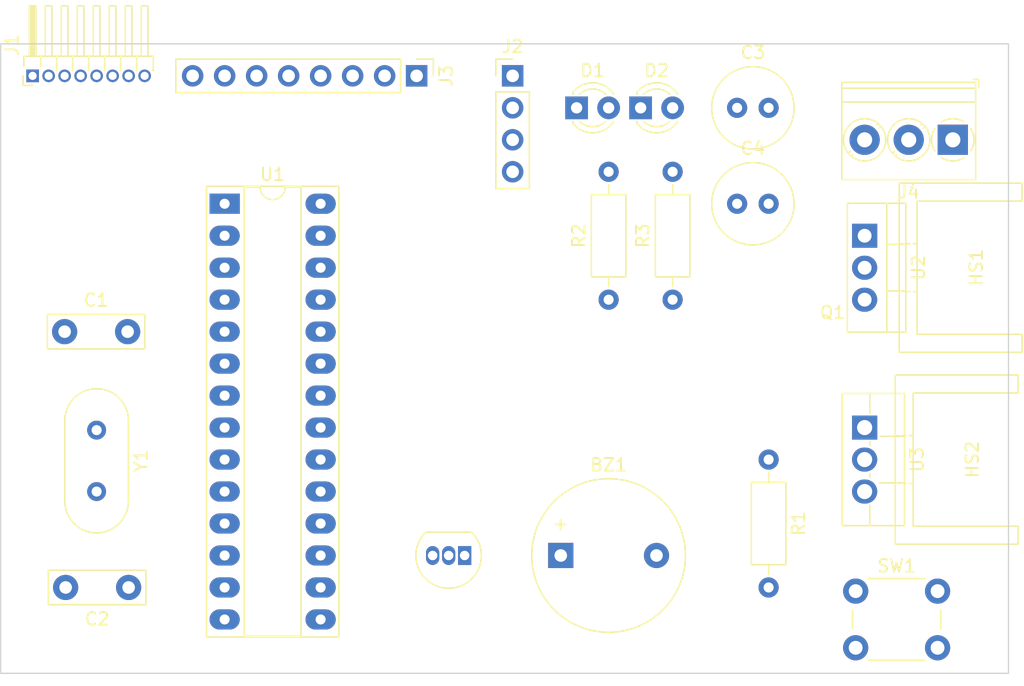
<source format=kicad_pcb>
(kicad_pcb (version 20221018) (generator pcbnew)
  (layers (0 "F.Cu" signal) (31 "B.Cu" signal) (34 "B.Paste" user) (35 "F.Paste" user) (36 "B.SilkS" user "B.Silkscreen") (37 "F.SilkS" user "F.Silkscreen") (38 "B.Mask" user) (39 "F.Mask" user) (44 "Edge.Cuts" user))
  (net 0 "")
  (net 1 "+5V")
  (net 2 "Net-(BZ1-+)")
  (net 3 "Net-(U1-XTAL1{slash}PB6)")
  (net 4 "GND")
  (net 5 "Net-(U1-XTAL2{slash}PB7)")
  (net 6 "Net-(D1-A)")
  (net 7 "Net-(D2-A)")
  (net 8 "R1")
  (net 9 "R2")
  (net 10 "R3")
  (net 11 "R4")
  (net 12 "C1")
  (net 13 "C2")
  (net 14 "C3")
  (net 15 "C4")
  (net 16 "SCL")
  (net 17 "SDA")
  (net 18 "SDA-RF")
  (net 19 "SCK-RF")
  (net 20 "MOSI")
  (net 21 "MISO")
  (net 23 "RST")
  (net 24 "+3.3V")
  (net 25 "Net-(J4-Pin_3)")
  (net 26 "BUZ")
  (net 27 "Net-(U1-~{RESET}{slash}PC6)")
  (net 28 "Door Closed")
  (net 29 "Door Open")
  (footprint "Package_TO_SOT_THT:TO-220-3_Vertical" (layer "F.Cu") (at 106.68 53.34 -90)
    (fp_text reference "U2" (at 2.54 -4.27 90) (layer "F.SilkS"))
    (fp_text value "LM7805_TO220")
    (fp_line (start -2.58 -3.27) (end -2.58 1.371) (stroke (width 0.12)) (layer "F.SilkS"))
    (fp_line (start -2.58 -3.27) (end 7.66 -3.27) (stroke (width 0.12)) (layer "F.SilkS"))
    (fp_line (start -2.58 -1.76) (end 7.66 -1.76) (stroke (width 0.12)) (layer "F.SilkS"))
    (fp_line (start -2.58 1.371) (end 7.66 1.371) (stroke (width 0.12)) (layer "F.SilkS"))
    (fp_line (start 0.69 -3.27) (end 0.69 -1.76) (stroke (width 0.12)) (layer "F.SilkS"))
    (fp_line (start 4.391 -3.27) (end 4.391 -1.76) (stroke (width 0.12)) (layer "F.SilkS"))
    (fp_line (start 7.66 -3.27) (end 7.66 1.371) (stroke (width 0.12)) (layer "F.SilkS"))
    (pad "1" thru_hole rect (at 0 0 270) (size 1.905 2) (drill 1.1) (layers "*.Cu" "*.Mask") (net 25 "Net-(J4-Pin_3)"))
    (pad "2" thru_hole oval (at 2.54 0 270) (size 1.905 2) (drill 1.1) (layers "*.Cu" "*.Mask") (net 4 "GND"))
    (pad "3" thru_hole oval (at 5.08 0 270) (size 1.905 2) (drill 1.1) (layers "*.Cu" "*.Mask") (net 1 "+5V"))
  )
  (footprint "Resistor_THT:R_Axial_DIN0207_L6.3mm_D2.5mm_P10.16mm_Horizontal" (layer "F.Cu") (at 86.36 58.42 90)
    (fp_text reference "R2" (at 5.08 -2.37 90) (layer "F.SilkS"))
    (fp_text value "220R")
    (fp_line (start 1.04 0) (end 1.81 0) (stroke (width 0.12)) (layer "F.SilkS"))
    (fp_line (start 1.81 -1.37) (end 1.81 1.37) (stroke (width 0.12)) (layer "F.SilkS"))
    (fp_line (start 1.81 1.37) (end 8.35 1.37) (stroke (width 0.12)) (layer "F.SilkS"))
    (fp_line (start 8.35 -1.37) (end 1.81 -1.37) (stroke (width 0.12)) (layer "F.SilkS"))
    (fp_line (start 8.35 1.37) (end 8.35 -1.37) (stroke (width 0.12)) (layer "F.SilkS"))
    (fp_line (start 9.12 0) (end 8.35 0) (stroke (width 0.12)) (layer "F.SilkS"))
    (pad "1" thru_hole circle (at 0 0 90) (size 1.6 1.6) (drill 0.8) (layers "*.Cu" "*.Mask") (net 28 "Door Closed"))
    (pad "2" thru_hole oval (at 10.16 0 90) (size 1.6 1.6) (drill 0.8) (layers "*.Cu" "*.Mask") (net 6 "Net-(D1-A)"))
  )
  (footprint "Package_TO_SOT_THT:TO-92_Inline" (layer "F.Cu") (at 74.93 78.74 180)
    (fp_text reference "Q1" (at -29.21 19.3) (layer "F.SilkS"))
    (fp_text value "BC547")
    (fp_line (start -0.53 1.85) (end 3.07 1.85) (stroke (width 0.12)) (layer "F.SilkS"))
    (fp_arc (start -0.568478 1.838478) (mid -1.132087 -0.994977) (end 1.27 -2.6) (stroke (width 0.12)) (layer "F.SilkS"))
    (fp_arc (start 1.27 -2.6) (mid 3.672087 -0.994977) (end 3.108478 1.838478) (stroke (width 0.12)) (layer "F.SilkS"))
    (pad "1" thru_hole rect (at 0 0 180) (size 1.05 1.5) (drill 0.75) (layers "*.Cu" "*.Mask") (net 2 "Net-(BZ1-+)"))
    (pad "2" thru_hole oval (at 1.27 0 180) (size 1.05 1.5) (drill 0.75) (layers "*.Cu" "*.Mask") (net 26 "BUZ"))
    (pad "3" thru_hole oval (at 2.54 0 180) (size 1.05 1.5) (drill 0.75) (layers "*.Cu" "*.Mask") (net 4 "GND"))
  )
  (footprint "Connector_PinHeader_1.27mm:PinHeader_1x08_P1.27mm_Horizontal" (layer "F.Cu") (at 40.64 40.64 90)
    (fp_text reference "J1" (at 2.4325 -1.635 90) (layer "F.SilkS"))
    (fp_text value "KeyPad Conn")
    (fp_line (start -0.76 -0.76) (end 0 -0.76) (stroke (width 0.12)) (layer "F.SilkS"))
    (fp_line (start -0.76 0) (end -0.76 -0.76) (stroke (width 0.12)) (layer "F.SilkS"))
    (fp_line (start 0.44 1.889677) (end 0.44 1.920323) (stroke (width 0.12)) (layer "F.SilkS"))
    (fp_line (start 0.44 1.905) (end 1.56 1.905) (stroke (width 0.12)) (layer "F.SilkS"))
    (fp_line (start 0.44 3.159677) (end 0.44 3.190323) (stroke (width 0.12)) (layer "F.SilkS"))
    (fp_line (start 0.44 3.175) (end 1.56 3.175) (stroke (width 0.12)) (layer "F.SilkS"))
    (fp_line (start 0.44 4.429677) (end 0.44 4.460323) (stroke (width 0.12)) (layer "F.SilkS"))
    (fp_line (start 0.44 4.445) (end 1.56 4.445) (stroke (width 0.12)) (layer "F.SilkS"))
    (fp_line (start 0.44 5.699677) (end 0.44 5.730323) (stroke (width 0.12)) (layer "F.SilkS"))
    (fp_line (start 0.44 5.715) (end 1.56 5.715) (stroke (width 0.12)) (layer "F.SilkS"))
    (fp_line (start 0.44 6.969677) (end 0.44 7.000323) (stroke (width 0.12)) (layer "F.SilkS"))
    (fp_line (start 0.44 6.985) (end 1.56 6.985) (stroke (width 0.12)) (layer "F.SilkS"))
    (fp_line (start 0.44 8.239677) (end 0.44 8.270323) (stroke (width 0.12)) (layer "F.SilkS"))
    (fp_line (start 0.44 8.255) (end 1.56 8.255) (stroke (width 0.12)) (layer "F.SilkS"))
    (fp_line (start 0.44 9.585) (end 0.44 9.509677) (stroke (width 0.12)) (layer "F.SilkS"))
    (fp_line (start 0.76 -0.695) (end 1.56 -0.695) (stroke (width 0.12)) (layer "F.SilkS"))
    (fp_line (start 0.76 0.635) (end 1.56 0.635) (stroke (width 0.12)) (layer "F.SilkS"))
    (fp_line (start 1.56 -0.695) (end 1.56 9.585) (stroke (width 0.12)) (layer "F.SilkS"))
    (fp_line (start 1.56 -0.26) (end 5.56 -0.26) (stroke (width 0.12)) (layer "F.SilkS"))
    (fp_line (start 1.56 -0.2) (end 5.56 -0.2) (stroke (width 0.12)) (layer "F.SilkS"))
    (fp_line (start 1.56 -0.08) (end 5.56 -0.08) (stroke (width 0.12)) (layer "F.SilkS"))
    (fp_line (start 1.56 0.04) (end 5.56 0.04) (stroke (width 0.12)) (layer "F.SilkS"))
    (fp_line (start 1.56 0.16) (end 5.56 0.16) (stroke (width 0.12)) (layer "F.SilkS"))
    (fp_line (start 1.56 1.01) (end 5.56 1.01) (stroke (width 0.12)) (layer "F.SilkS"))
    (fp_line (start 1.56 2.28) (end 5.56 2.28) (stroke (width 0.12)) (layer "F.SilkS"))
    (fp_line (start 1.56 3.55) (end 5.56 3.55) (stroke (width 0.12)) (layer "F.SilkS"))
    (fp_line (start 1.56 4.82) (end 5.56 4.82) (stroke (width 0.12)) (layer "F.SilkS"))
    (fp_line (start 1.56 6.09) (end 5.56 6.09) (stroke (width 0.12)) (layer "F.SilkS"))
    (fp_line (start 1.56 7.36) (end 5.56 7.36) (stroke (width 0.12)) (layer "F.SilkS"))
    (fp_line (start 1.56 8.63) (end 5.56 8.63) (stroke (width 0.12)) (layer "F.SilkS"))
    (fp_line (start 1.56 9.585) (end 0.44 9.585) (stroke (width 0.12)) (layer "F.SilkS"))
    (fp_line (start 5.56 -0.26) (end 5.56 0.26) (stroke (width 0.12)) (layer "F.SilkS"))
    (fp_line (start 5.56 0.26) (end 1.56 0.26) (stroke (width 0.12)) (layer "F.SilkS"))
    (fp_line (start 5.56 1.01) (end 5.56 1.53) (stroke (width 0.12)) (layer "F.SilkS"))
    (fp_line (start 5.56 1.53) (end 1.56 1.53) (stroke (width 0.12)) (layer "F.SilkS"))
    (fp_line (start 5.56 2.28) (end 5.56 2.8) (stroke (width 0.12)) (layer "F.SilkS"))
    (fp_line (start 5.56 2.8) (end 1.56 2.8) (stroke (width 0.12)) (layer "F.SilkS"))
    (fp_line (start 5.56 3.55) (end 5.56 4.07) (stroke (width 0.12)) (layer "F.SilkS"))
    (fp_line (start 5.56 4.07) (end 1.56 4.07) (stroke (width 0.12)) (layer "F.SilkS"))
    (fp_line (start 5.56 4.82) (end 5.56 5.34) (stroke (width 0.12)) (layer "F.SilkS"))
    (fp_line (start 5.56 5.34) (end 1.56 5.34) (stroke (width 0.12)) (layer "F.SilkS"))
    (fp_line (start 5.56 6.09) (end 5.56 6.61) (stroke (width 0.12)) (layer "F.SilkS"))
    (fp_line (start 5.56 6.61) (end 1.56 6.61) (stroke (width 0.12)) (layer "F.SilkS"))
    (fp_line (start 5.56 7.36) (end 5.56 7.88) (stroke (width 0.12)) (layer "F.SilkS"))
    (fp_line (start 5.56 7.88) (end 1.56 7.88) (stroke (width 0.12)) (layer "F.SilkS"))
    (fp_line (start 5.56 8.63) (end 5.56 9.15) (stroke (width 0.12)) (layer "F.SilkS"))
    (fp_line (start 5.56 9.15) (end 1.56 9.15) (stroke (width 0.12)) (layer "F.SilkS"))
    (pad "1" thru_hole rect (at 0 0 90) (size 1 1) (drill 0.65) (layers "*.Cu" "*.Mask") (net 8 "R1"))
    (pad "2" thru_hole oval (at 0 1.27 90) (size 1 1) (drill 0.65) (layers "*.Cu" "*.Mask") (net 9 "R2"))
    (pad "3" thru_hole oval (at 0 2.54 90) (size 1 1) (drill 0.65) (layers "*.Cu" "*.Mask") (net 10 "R3"))
    (pad "4" thru_hole oval (at 0 3.81 90) (size 1 1) (drill 0.65) (layers "*.Cu" "*.Mask") (net 11 "R4"))
    (pad "5" thru_hole oval (at 0 5.08 90) (size 1 1) (drill 0.65) (layers "*.Cu" "*.Mask") (net 12 "C1"))
    (pad "6" thru_hole oval (at 0 6.35 90) (size 1 1) (drill 0.65) (layers "*.Cu" "*.Mask") (net 13 "C2"))
    (pad "7" thru_hole oval (at 0 7.62 90) (size 1 1) (drill 0.65) (layers "*.Cu" "*.Mask") (net 14 "C3"))
    (pad "8" thru_hole oval (at 0 8.89 90) (size 1 1) (drill 0.65) (layers "*.Cu" "*.Mask") (net 15 "C4"))
  )
  (footprint "TerminalBlock_Phoenix:TerminalBlock_Phoenix_PT-1,5-3-3.5-H_1x03_P3.50mm_Horizontal" (layer "F.Cu") (at 113.68 45.72 180)
    (fp_text reference "J4" (at 3.5 -4.16) (layer "F.SilkS"))
    (fp_text value "Power Input")
    (fp_line (start -2.05 4.16) (end -2.05 4.8) (stroke (width 0.12)) (layer "F.SilkS"))
    (fp_line (start -2.05 4.8) (end -1.65 4.8) (stroke (width 0.12)) (layer "F.SilkS"))
    (fp_line (start -1.81 -3.16) (end -1.81 4.56) (stroke (width 0.12)) (layer "F.SilkS"))
    (fp_line (start -1.81 -3.16) (end 8.81 -3.16) (stroke (width 0.12)) (layer "F.SilkS"))
    (fp_line (start -1.81 3) (end 8.81 3) (stroke (width 0.12)) (layer "F.SilkS"))
    (fp_line (start -1.81 4.1) (end 8.81 4.1) (stroke (width 0.12)) (layer "F.SilkS"))
    (fp_line (start -1.81 4.56) (end 8.81 4.56) (stroke (width 0.12)) (layer "F.SilkS"))
    (fp_line (start 2.355 0.941) (end 2.226 1.069) (stroke (width 0.12)) (layer "F.SilkS"))
    (fp_line (start 2.525 1.181) (end 2.431 1.274) (stroke (width 0.12)) (layer "F.SilkS"))
    (fp_line (start 4.57 -1.275) (end 4.476 -1.181) (stroke (width 0.12)) (layer "F.SilkS"))
    (fp_line (start 4.775 -1.069) (end 4.646 -0.941) (stroke (width 0.12)) (layer "F.SilkS"))
    (fp_line (start 5.855 0.941) (end 5.726 1.069) (stroke (width 0.12)) (layer "F.SilkS"))
    (fp_line (start 6.025 1.181) (end 5.931 1.274) (stroke (width 0.12)) (layer "F.SilkS"))
    (fp_line (start 8.07 -1.275) (end 7.976 -1.181) (stroke (width 0.12)) (layer "F.SilkS"))
    (fp_line (start 8.275 -1.069) (end 8.146 -0.941) (stroke (width 0.12)) (layer "F.SilkS"))
    (fp_line (start 8.81 -3.16) (end 8.81 4.56) (stroke (width 0.12)) (layer "F.SilkS"))
    (fp_arc (start -1.425358 0.889894) (mid -1.680286 0.014012) (end -1.44 -0.866) (stroke (width 0.12)) (layer "F.SilkS"))
    (fp_arc (start -0.889894 -1.425358) (mid -0.014012 -1.680286) (end 0.866 -1.44) (stroke (width 0.12)) (layer "F.SilkS"))
    (fp_arc (start 0.028674 1.680099) (mid -0.435535 1.622918) (end -0.866 1.44) (stroke (width 0.12)) (layer "F.SilkS"))
    (fp_arc (start 0.890264 1.424721) (mid 0.463071 1.61492) (end 0 1.68) (stroke (width 0.12)) (layer "F.SilkS"))
    (fp_arc (start 1.425504 -0.890193) (mid 1.680626 0.000476) (end 1.425 0.891) (stroke (width 0.12)) (layer "F.SilkS"))
    (fp_circle (center 3.5 0) (end 5.18 0) (stroke (width 0.12)) (fill none) (layer "F.SilkS"))
    (fp_circle (center 7 0) (end 8.68 0) (stroke (width 0.12)) (fill none) (layer "F.SilkS"))
    (pad "1" thru_hole rect (at 0 0 180) (size 2.4 2.4) (drill 1.2) (layers "*.Cu" "*.Mask") (net 1 "+5V"))
    (pad "2" thru_hole circle (at 3.5 0 180) (size 2.4 2.4) (drill 1.2) (layers "*.Cu" "*.Mask") (net 4 "GND"))
    (pad "3" thru_hole circle (at 7 0 180) (size 2.4 2.4) (drill 1.2) (layers "*.Cu" "*.Mask") (net 25 "Net-(J4-Pin_3)"))
  )
  (footprint "Capacitor_THT:C_Radial_D6.3mm_H7.0mm_P2.50mm" (layer "F.Cu") (at 96.56 50.8)
    (fp_text reference "C4" (at 1.25 -4.4) (layer "F.SilkS"))
    (fp_text value "10uF")
    (fp_circle (center 1.25 0) (end 4.52 0) (stroke (width 0.12)) (fill none) (layer "F.SilkS"))
    (pad "1" thru_hole circle (at 0 0) (size 1.6 1.6) (drill 0.8) (layers "*.Cu" "*.Mask") (net 1 "+5V"))
    (pad "2" thru_hole circle (at 2.5 0) (size 1.6 1.6) (drill 0.8) (layers "*.Cu" "*.Mask") (net 4 "GND"))
  )
  (footprint "Package_TO_SOT_THT:TO-220F-3_Vertical" (layer "F.Cu") (at 106.68 68.58 -90)
    (fp_text reference "U3" (at 2.54 -4.1675 90) (layer "F.SilkS"))
    (fp_text value "LD1117S33TR_SOT223")
    (fp_line (start -2.71 -3.168) (end -2.71 1.773) (stroke (width 0.12)) (layer "F.SilkS"))
    (fp_line (start -2.71 -3.168) (end 7.79 -3.168) (stroke (width 0.12)) (layer "F.SilkS"))
    (fp_line (start -2.71 -0.408) (end -1.103 -0.408) (stroke (width 0.12)) (layer "F.SilkS"))
    (fp_line (start -2.71 1.773) (end 7.79 1.773) (stroke (width 0.12)) (layer "F.SilkS"))
    (fp_line (start 0.69 -3.168) (end 0.69 -1.15) (stroke (width 0.12)) (layer "F.SilkS"))
    (fp_line (start 1.103 -0.408) (end 1.438 -0.408) (stroke (width 0.12)) (layer "F.SilkS"))
    (fp_line (start 3.643 -0.408) (end 3.978 -0.408) (stroke (width 0.12)) (layer "F.SilkS"))
    (fp_line (start 4.391 -3.168) (end 4.391 -1.15) (stroke (width 0.12)) (layer "F.SilkS"))
    (fp_line (start 6.183 -0.408) (end 7.79 -0.408) (stroke (width 0.12)) (layer "F.SilkS"))
    (fp_line (start 7.79 -3.168) (end 7.79 1.773) (stroke (width 0.12)) (layer "F.SilkS"))
    (pad "1" thru_hole rect (at 0 0 270) (size 1.905 2) (drill 1.2) (layers "*.Cu" "*.Mask") (net 4 "GND"))
    (pad "2" thru_hole oval (at 2.54 0 270) (size 1.905 2) (drill 1.2) (layers "*.Cu" "*.Mask") (net 24 "+3.3V"))
    (pad "3" thru_hole oval (at 5.08 0 270) (size 1.905 2) (drill 1.2) (layers "*.Cu" "*.Mask") (net 1 "+5V"))
  )
  (footprint "Heatsink:Heatsink_Stonecold_HS-S02_13.21x9.53mm" (layer "F.Cu") (at 109.535 55.88 90)
    (fp_text reference "HS1" (at 0 6 90) (layer "F.SilkS"))
    (fp_text value "Heatsink")
    (fp_line (start -6.72 -0.11) (end -6.72 9.64) (stroke (width 0.12)) (layer "F.SilkS"))
    (fp_line (start -6.72 -0.11) (end 6.72 -0.11) (stroke (width 0.12)) (layer "F.SilkS"))
    (fp_line (start -6.72 9.64) (end -5.29 9.64) (stroke (width 0.12)) (layer "F.SilkS"))
    (fp_line (start -5.29 1.31) (end 5.29 1.31) (stroke (width 0.12)) (layer "F.SilkS"))
    (fp_line (start -5.29 9.64) (end -5.29 1.31) (stroke (width 0.12)) (layer "F.SilkS"))
    (fp_line (start -1.9 -0.11) (end -1.9 0.19) (stroke (width 0.12)) (layer "F.SilkS"))
    (fp_line (start -1.9 0.45) (end -1.9 0.75) (stroke (width 0.12)) (layer "F.SilkS"))
    (fp_line (start -1.9 1.01) (end -1.9 1.31) (stroke (width 0.12)) (layer "F.SilkS"))
    (fp_line (start 1.9 -0.11) (end 1.9 0.19) (stroke (width 0.12)) (layer "F.SilkS"))
    (fp_line (start 1.9 0.45) (end 1.9 0.75) (stroke (width 0.12)) (layer "F.SilkS"))
    (fp_line (start 1.9 1.01) (end 1.9 1.31) (stroke (width 0.12)) (layer "F.SilkS"))
    (fp_line (start 5.29 1.31) (end 5.29 9.64) (stroke (width 0.12)) (layer "F.SilkS"))
    (fp_line (start 5.29 9.64) (end 6.72 9.64) (stroke (width 0.12)) (layer "F.SilkS"))
    (fp_line (start 6.72 -0.11) (end 6.72 9.64) (stroke (width 0.12)) (layer "F.SilkS"))
  )
  (footprint "Capacitor_THT:C_Disc_D7.5mm_W2.5mm_P5.00mm" (layer "F.Cu") (at 48.26 81.28 180)
    (fp_text reference "C2" (at 2.5 -2.5) (layer "F.SilkS"))
    (fp_text value "22pF")
    (fp_line (start -1.37 -1.37) (end -1.37 1.37) (stroke (width 0.12)) (layer "F.SilkS"))
    (fp_line (start -1.37 -1.37) (end 6.37 -1.37) (stroke (width 0.12)) (layer "F.SilkS"))
    (fp_line (start -1.37 1.37) (end 6.37 1.37) (stroke (width 0.12)) (layer "F.SilkS"))
    (fp_line (start 6.37 -1.37) (end 6.37 1.37) (stroke (width 0.12)) (layer "F.SilkS"))
    (pad "1" thru_hole circle (at 0 0 180) (size 2 2) (drill 1) (layers "*.Cu" "*.Mask") (net 4 "GND"))
    (pad "2" thru_hole circle (at 5 0 180) (size 2 2) (drill 1) (layers "*.Cu" "*.Mask") (net 5 "Net-(U1-XTAL2{slash}PB7)"))
  )
  (footprint "Capacitor_THT:C_Disc_D7.5mm_W2.5mm_P5.00mm" (layer "F.Cu") (at 43.18 60.96)
    (fp_text reference "C1" (at 2.5 -2.5) (layer "F.SilkS"))
    (fp_text value "22pF")
    (fp_line (start -1.37 -1.37) (end -1.37 1.37) (stroke (width 0.12)) (layer "F.SilkS"))
    (fp_line (start -1.37 -1.37) (end 6.37 -1.37) (stroke (width 0.12)) (layer "F.SilkS"))
    (fp_line (start -1.37 1.37) (end 6.37 1.37) (stroke (width 0.12)) (layer "F.SilkS"))
    (fp_line (start 6.37 -1.37) (end 6.37 1.37) (stroke (width 0.12)) (layer "F.SilkS"))
    (pad "1" thru_hole circle (at 0 0) (size 2 2) (drill 1) (layers "*.Cu" "*.Mask") (net 3 "Net-(U1-XTAL1{slash}PB6)"))
    (pad "2" thru_hole circle (at 5 0) (size 2 2) (drill 1) (layers "*.Cu" "*.Mask") (net 4 "GND"))
  )
  (footprint "Button_Switch_THT:SW_PUSH_6mm_H5mm" (layer "F.Cu") (at 105.97 81.57)
    (fp_text reference "SW1" (at 3.25 -2) (layer "F.SilkS"))
    (fp_text value "SW_Push")
    (fp_line (start -0.25 1.5) (end -0.25 3) (stroke (width 0.12)) (layer "F.SilkS"))
    (fp_line (start 1 5.5) (end 5.5 5.5) (stroke (width 0.12)) (layer "F.SilkS"))
    (fp_line (start 5.5 -1) (end 1 -1) (stroke (width 0.12)) (layer "F.SilkS"))
    (fp_line (start 6.75 3) (end 6.75 1.5) (stroke (width 0.12)) (layer "F.SilkS"))
    (pad "1" thru_hole circle (at 0 0 90) (size 2 2) (drill 1.1) (layers "*.Cu" "*.Mask") (net 1 "+5V"))
    (pad "1" thru_hole circle (at 6.5 0 90) (size 2 2) (drill 1.1) (layers "*.Cu" "*.Mask") (net 1 "+5V"))
    (pad "2" thru_hole circle (at 0 4.5 90) (size 2 2) (drill 1.1) (layers "*.Cu" "*.Mask") (net 4 "GND"))
    (pad "2" thru_hole circle (at 6.5 4.5 90) (size 2 2) (drill 1.1) (layers "*.Cu" "*.Mask") (net 4 "GND"))
  )
  (footprint "LED_THT:LED_D3.0mm" (layer "F.Cu") (at 88.9 43.18)
    (fp_text reference "D2" (at 1.27 -2.96) (layer "F.SilkS"))
    (fp_text value "Green")
    (fp_line (start -0.29 -1.236) (end -0.29 -1.08) (stroke (width 0.12)) (layer "F.SilkS"))
    (fp_line (start -0.29 1.08) (end -0.29 1.236) (stroke (width 0.12)) (layer "F.SilkS"))
    (fp_arc (start -0.29 -1.235516) (mid 1.366487 -1.987659) (end 2.942335 -1.078608) (stroke (width 0.12)) (layer "F.SilkS"))
    (fp_arc (start 0.229039 -1.08) (mid 1.270117 -1.5) (end 2.31113 -1.079837) (stroke (width 0.12)) (layer "F.SilkS"))
    (fp_arc (start 2.31113 1.079837) (mid 1.270117 1.5) (end 0.229039 1.08) (stroke (width 0.12)) (layer "F.SilkS"))
    (fp_arc (start 2.942335 1.078608) (mid 1.366487 1.987659) (end -0.29 1.235516) (stroke (width 0.12)) (layer "F.SilkS"))
    (pad "1" thru_hole rect (at 0 0) (size 1.8 1.8) (drill 0.9) (layers "*.Cu" "*.Mask") (net 4 "GND"))
    (pad "2" thru_hole circle (at 2.54 0) (size 1.8 1.8) (drill 0.9) (layers "*.Cu" "*.Mask") (net 7 "Net-(D2-A)"))
  )
  (footprint "Capacitor_THT:C_Radial_D6.3mm_H7.0mm_P2.50mm" (layer "F.Cu") (at 96.56 43.18)
    (fp_text reference "C3" (at 1.25 -4.4) (layer "F.SilkS"))
    (fp_text value "10uF")
    (fp_circle (center 1.25 0) (end 4.52 0) (stroke (width 0.12)) (fill none) (layer "F.SilkS"))
    (pad "1" thru_hole circle (at 0 0) (size 1.6 1.6) (drill 0.8) (layers "*.Cu" "*.Mask") (net 1 "+5V"))
    (pad "2" thru_hole circle (at 2.5 0) (size 1.6 1.6) (drill 0.8) (layers "*.Cu" "*.Mask") (net 4 "GND"))
  )
  (footprint "LED_THT:LED_D3.0mm" (layer "F.Cu") (at 83.82 43.18)
    (fp_text reference "D1" (at 1.27 -2.96) (layer "F.SilkS"))
    (fp_text value "Red")
    (fp_line (start -0.29 -1.236) (end -0.29 -1.08) (stroke (width 0.12)) (layer "F.SilkS"))
    (fp_line (start -0.29 1.08) (end -0.29 1.236) (stroke (width 0.12)) (layer "F.SilkS"))
    (fp_arc (start -0.29 -1.235516) (mid 1.366487 -1.987659) (end 2.942335 -1.078608) (stroke (width 0.12)) (layer "F.SilkS"))
    (fp_arc (start 0.229039 -1.08) (mid 1.270117 -1.5) (end 2.31113 -1.079837) (stroke (width 0.12)) (layer "F.SilkS"))
    (fp_arc (start 2.31113 1.079837) (mid 1.270117 1.5) (end 0.229039 1.08) (stroke (width 0.12)) (layer "F.SilkS"))
    (fp_arc (start 2.942335 1.078608) (mid 1.366487 1.987659) (end -0.29 1.235516) (stroke (width 0.12)) (layer "F.SilkS"))
    (pad "1" thru_hole rect (at 0 0) (size 1.8 1.8) (drill 0.9) (layers "*.Cu" "*.Mask") (net 4 "GND"))
    (pad "2" thru_hole circle (at 2.54 0) (size 1.8 1.8) (drill 0.9) (layers "*.Cu" "*.Mask") (net 6 "Net-(D1-A)"))
  )
  (footprint "Buzzer_Beeper:Buzzer_12x9.5RM7.6" (layer "F.Cu") (at 82.56 78.74)
    (fp_text reference "BZ1" (at 3.8 -7.2) (layer "F.SilkS"))
    (fp_text value "Buzzer")
    (fp_text user "+" (at -0.01 -2.54) (layer "F.SilkS"))
    (fp_circle (center 3.8 0) (end 9.9 0) (stroke (width 0.12)) (fill none) (layer "F.SilkS"))
    (pad "1" thru_hole rect (at 0 0) (size 2 2) (drill 1) (layers "*.Cu" "*.Mask") (net 1 "+5V"))
    (pad "2" thru_hole circle (at 7.6 0) (size 2 2) (drill 1) (layers "*.Cu" "*.Mask") (net 2 "Net-(BZ1-+)"))
  )
  (footprint "Crystal:Crystal_HC49-4H_Vertical" (layer "F.Cu") (at 45.72 68.78 -90)
    (fp_text reference "Y1" (at 2.44 -3.525 90) (layer "F.SilkS"))
    (fp_text value "Crystal")
    (fp_line (start -0.76 -2.525) (end 5.64 -2.525) (stroke (width 0.12)) (layer "F.SilkS"))
    (fp_line (start -0.76 2.525) (end 5.64 2.525) (stroke (width 0.12)) (layer "F.SilkS"))
    (fp_arc (start -0.76 2.525) (mid -3.285 0) (end -0.76 -2.525) (stroke (width 0.12)) (layer "F.SilkS"))
    (fp_arc (start 5.64 -2.525) (mid 8.165 0) (end 5.64 2.525) (stroke (width 0.12)) (layer "F.SilkS"))
    (pad "1" thru_hole circle (at 0 0 270) (size 1.5 1.5) (drill 0.8) (layers "*.Cu" "*.Mask") (net 3 "Net-(U1-XTAL1{slash}PB6)"))
    (pad "2" thru_hole circle (at 4.88 0 270) (size 1.5 1.5) (drill 0.8) (layers "*.Cu" "*.Mask") (net 5 "Net-(U1-XTAL2{slash}PB7)"))
  )
  (footprint "Heatsink:Heatsink_Stonecold_HS-S02_13.21x9.53mm" (layer "F.Cu") (at 109.22 71.12 90)
    (fp_text reference "HS2" (at 0 6 90) (layer "F.SilkS"))
    (fp_text value "Heatsink")
    (fp_line (start -6.72 -0.11) (end -6.72 9.64) (stroke (width 0.12)) (layer "F.SilkS"))
    (fp_line (start -6.72 -0.11) (end 6.72 -0.11) (stroke (width 0.12)) (layer "F.SilkS"))
    (fp_line (start -6.72 9.64) (end -5.29 9.64) (stroke (width 0.12)) (layer "F.SilkS"))
    (fp_line (start -5.29 1.31) (end 5.29 1.31) (stroke (width 0.12)) (layer "F.SilkS"))
    (fp_line (start -5.29 9.64) (end -5.29 1.31) (stroke (width 0.12)) (layer "F.SilkS"))
    (fp_line (start -1.9 -0.11) (end -1.9 0.19) (stroke (width 0.12)) (layer "F.SilkS"))
    (fp_line (start -1.9 0.45) (end -1.9 0.75) (stroke (width 0.12)) (layer "F.SilkS"))
    (fp_line (start -1.9 1.01) (end -1.9 1.31) (stroke (width 0.12)) (layer "F.SilkS"))
    (fp_line (start 1.9 -0.11) (end 1.9 0.19) (stroke (width 0.12)) (layer "F.SilkS"))
    (fp_line (start 1.9 0.45) (end 1.9 0.75) (stroke (width 0.12)) (layer "F.SilkS"))
    (fp_line (start 1.9 1.01) (end 1.9 1.31) (stroke (width 0.12)) (layer "F.SilkS"))
    (fp_line (start 5.29 1.31) (end 5.29 9.64) (stroke (width 0.12)) (layer "F.SilkS"))
    (fp_line (start 5.29 9.64) (end 6.72 9.64) (stroke (width 0.12)) (layer "F.SilkS"))
    (fp_line (start 6.72 -0.11) (end 6.72 9.64) (stroke (width 0.12)) (layer "F.SilkS"))
  )
  (footprint "Resistor_THT:R_Axial_DIN0207_L6.3mm_D2.5mm_P10.16mm_Horizontal" (layer "F.Cu") (at 99.06 71.12 -90)
    (fp_text reference "R1" (at 5.08 -2.37 90) (layer "F.SilkS"))
    (fp_text value "10K")
    (fp_line (start 1.04 0) (end 1.81 0) (stroke (width 0.12)) (layer "F.SilkS"))
    (fp_line (start 1.81 -1.37) (end 1.81 1.37) (stroke (width 0.12)) (layer "F.SilkS"))
    (fp_line (start 1.81 1.37) (end 8.35 1.37) (stroke (width 0.12)) (layer "F.SilkS"))
    (fp_line (start 8.35 -1.37) (end 1.81 -1.37) (stroke (width 0.12)) (layer "F.SilkS"))
    (fp_line (start 8.35 1.37) (end 8.35 -1.37) (stroke (width 0.12)) (layer "F.SilkS"))
    (fp_line (start 9.12 0) (end 8.35 0) (stroke (width 0.12)) (layer "F.SilkS"))
    (pad "1" thru_hole circle (at 0 0 270) (size 1.6 1.6) (drill 0.8) (layers "*.Cu" "*.Mask") (net 27 "Net-(U1-~{RESET}{slash}PC6)"))
    (pad "2" thru_hole oval (at 10.16 0 270) (size 1.6 1.6) (drill 0.8) (layers "*.Cu" "*.Mask") (net 1 "+5V"))
  )
  (footprint "Package_DIP:DIP-28_W7.62mm_Socket_LongPads" (layer "F.Cu") (at 55.88 50.8)
    (fp_text reference "U1" (at 3.81 -2.33) (layer "F.SilkS"))
    (fp_text value "ATmega328P-P")
    (fp_line (start -1.44 -1.39) (end -1.44 34.41) (stroke (width 0.12)) (layer "F.SilkS"))
    (fp_line (start -1.44 34.41) (end 9.06 34.41) (stroke (width 0.12)) (layer "F.SilkS"))
    (fp_line (start 1.56 -1.33) (end 1.56 34.35) (stroke (width 0.12)) (layer "F.SilkS"))
    (fp_line (start 1.56 34.35) (end 6.06 34.35) (stroke (width 0.12)) (layer "F.SilkS"))
    (fp_line (start 2.81 -1.33) (end 1.56 -1.33) (stroke (width 0.12)) (layer "F.SilkS"))
    (fp_line (start 6.06 -1.33) (end 4.81 -1.33) (stroke (width 0.12)) (layer "F.SilkS"))
    (fp_line (start 6.06 34.35) (end 6.06 -1.33) (stroke (width 0.12)) (layer "F.SilkS"))
    (fp_line (start 9.06 -1.39) (end -1.44 -1.39) (stroke (width 0.12)) (layer "F.SilkS"))
    (fp_line (start 9.06 34.41) (end 9.06 -1.39) (stroke (width 0.12)) (layer "F.SilkS"))
    (fp_arc (start 4.81 -1.33) (mid 3.81 -0.33) (end 2.81 -1.33) (stroke (width 0.12)) (layer "F.SilkS"))
    (pad "1" thru_hole rect (at 0 0) (size 2.4 1.6) (drill 0.8) (layers "*.Cu" "*.Mask") (net 27 "Net-(U1-~{RESET}{slash}PC6)"))
    (pad "2" thru_hole oval (at 0 2.54) (size 2.4 1.6) (drill 0.8) (layers "*.Cu" "*.Mask"))
    (pad "3" thru_hole oval (at 0 5.08) (size 2.4 1.6) (drill 0.8) (layers "*.Cu" "*.Mask"))
    (pad "4" thru_hole oval (at 0 7.62) (size 2.4 1.6) (drill 0.8) (layers "*.Cu" "*.Mask") (net 15 "C4"))
    (pad "5" thru_hole oval (at 0 10.16) (size 2.4 1.6) (drill 0.8) (layers "*.Cu" "*.Mask") (net 14 "C3"))
    (pad "6" thru_hole oval (at 0 12.7) (size 2.4 1.6) (drill 0.8) (layers "*.Cu" "*.Mask") (net 13 "C2"))
    (pad "7" thru_hole oval (at 0 15.24) (size 2.4 1.6) (drill 0.8) (layers "*.Cu" "*.Mask") (net 1 "+5V"))
    (pad "8" thru_hole oval (at 0 17.78) (size 2.4 1.6) (drill 0.8) (layers "*.Cu" "*.Mask") (net 4 "GND"))
    (pad "9" thru_hole oval (at 0 20.32) (size 2.4 1.6) (drill 0.8) (layers "*.Cu" "*.Mask") (net 3 "Net-(U1-XTAL1{slash}PB6)"))
    (pad "10" thru_hole oval (at 0 22.86) (size 2.4 1.6) (drill 0.8) (layers "*.Cu" "*.Mask") (net 5 "Net-(U1-XTAL2{slash}PB7)"))
    (pad "11" thru_hole oval (at 0 25.4) (size 2.4 1.6) (drill 0.8) (layers "*.Cu" "*.Mask") (net 12 "C1"))
    (pad "12" thru_hole oval (at 0 27.94) (size 2.4 1.6) (drill 0.8) (layers "*.Cu" "*.Mask") (net 11 "R4"))
    (pad "13" thru_hole oval (at 0 30.48) (size 2.4 1.6) (drill 0.8) (layers "*.Cu" "*.Mask") (net 10 "R3"))
    (pad "14" thru_hole oval (at 0 33.02) (size 2.4 1.6) (drill 0.8) (layers "*.Cu" "*.Mask") (net 9 "R2"))
    (pad "15" thru_hole oval (at 7.62 33.02) (size 2.4 1.6) (drill 0.8) (layers "*.Cu" "*.Mask") (net 8 "R1"))
    (pad "16" thru_hole oval (at 7.62 30.48) (size 2.4 1.6) (drill 0.8) (layers "*.Cu" "*.Mask") (net 18 "SDA-RF"))
    (pad "17" thru_hole oval (at 7.62 27.94) (size 2.4 1.6) (drill 0.8) (layers "*.Cu" "*.Mask") (net 20 "MOSI"))
    (pad "18" thru_hole oval (at 7.62 25.4) (size 2.4 1.6) (drill 0.8) (layers "*.Cu" "*.Mask") (net 21 "MISO"))
    (pad "19" thru_hole oval (at 7.62 22.86) (size 2.4 1.6) (drill 0.8) (layers "*.Cu" "*.Mask") (net 19 "SCK-RF"))
    (pad "20" thru_hole oval (at 7.62 20.32) (size 2.4 1.6) (drill 0.8) (layers "*.Cu" "*.Mask") (net 1 "+5V"))
    (pad "21" thru_hole oval (at 7.62 17.78) (size 2.4 1.6) (drill 0.8) (layers "*.Cu" "*.Mask"))
    (pad "22" thru_hole oval (at 7.62 15.24) (size 2.4 1.6) (drill 0.8) (layers "*.Cu" "*.Mask") (net 4 "GND"))
    (pad "23" thru_hole oval (at 7.62 12.7) (size 2.4 1.6) (drill 0.8) (layers "*.Cu" "*.Mask") (net 23 "RST"))
    (pad "24" thru_hole oval (at 7.62 10.16) (size 2.4 1.6) (drill 0.8) (layers "*.Cu" "*.Mask") (net 28 "Door Closed"))
    (pad "25" thru_hole oval (at 7.62 7.62) (size 2.4 1.6) (drill 0.8) (layers "*.Cu" "*.Mask") (net 29 "Door Open"))
    (pad "26" thru_hole oval (at 7.62 5.08) (size 2.4 1.6) (drill 0.8) (layers "*.Cu" "*.Mask") (net 26 "BUZ"))
    (pad "27" thru_hole oval (at 7.62 2.54) (size 2.4 1.6) (drill 0.8) (layers "*.Cu" "*.Mask") (net 17 "SDA"))
    (pad "28" thru_hole oval (at 7.62 0) (size 2.4 1.6) (drill 0.8) (layers "*.Cu" "*.Mask") (net 16 "SCL"))
  )
  (footprint "Connector_PinHeader_2.54mm:PinHeader_1x08_P2.54mm_Vertical" (layer "F.Cu") (at 71.12 40.64 -90)
    (fp_text reference "J3" (at 0 -2.33 90) (layer "F.SilkS"))
    (fp_text value "RC522 RFID")
    (fp_line (start -1.33 -1.33) (end 0 -1.33) (stroke (width 0.12)) (layer "F.SilkS"))
    (fp_line (start -1.33 0) (end -1.33 -1.33) (stroke (width 0.12)) (layer "F.SilkS"))
    (fp_line (start -1.33 1.27) (end -1.33 19.11) (stroke (width 0.12)) (layer "F.SilkS"))
    (fp_line (start -1.33 1.27) (end 1.33 1.27) (stroke (width 0.12)) (layer "F.SilkS"))
    (fp_line (start -1.33 19.11) (end 1.33 19.11) (stroke (width 0.12)) (layer "F.SilkS"))
    (fp_line (start 1.33 1.27) (end 1.33 19.11) (stroke (width 0.12)) (layer "F.SilkS"))
    (pad "1" thru_hole rect (at 0 0 270) (size 1.7 1.7) (drill 1) (layers "*.Cu" "*.Mask") (net 18 "SDA-RF"))
    (pad "2" thru_hole oval (at 0 2.54 270) (size 1.7 1.7) (drill 1) (layers "*.Cu" "*.Mask") (net 19 "SCK-RF"))
    (pad "3" thru_hole oval (at 0 5.08 270) (size 1.7 1.7) (drill 1) (layers "*.Cu" "*.Mask") (net 20 "MOSI"))
    (pad "4" thru_hole oval (at 0 7.62 270) (size 1.7 1.7) (drill 1) (layers "*.Cu" "*.Mask") (net 21 "MISO"))
    (pad "5" thru_hole oval (at 0 10.16 270) (size 1.7 1.7) (drill 1) (layers "*.Cu" "*.Mask"))
    (pad "6" thru_hole oval (at 0 12.7 270) (size 1.7 1.7) (drill 1) (layers "*.Cu" "*.Mask") (net 4 "GND"))
    (pad "7" thru_hole oval (at 0 15.24 270) (size 1.7 1.7) (drill 1) (layers "*.Cu" "*.Mask") (net 23 "RST"))
    (pad "8" thru_hole oval (at 0 17.78 270) (size 1.7 1.7) (drill 1) (layers "*.Cu" "*.Mask") (net 24 "+3.3V"))
  )
  (footprint "Connector_PinHeader_2.54mm:PinHeader_1x04_P2.54mm_Vertical" (layer "F.Cu") (at 78.74 40.64)
    (fp_text reference "J2" (at 0 -2.33) (layer "F.SilkS"))
    (fp_text value "LCD-I2C ")
    (fp_line (start -1.33 -1.33) (end 0 -1.33) (stroke (width 0.12)) (layer "F.SilkS"))
    (fp_line (start -1.33 0) (end -1.33 -1.33) (stroke (width 0.12)) (layer "F.SilkS"))
    (fp_line (start -1.33 1.27) (end -1.33 8.95) (stroke (width 0.12)) (layer "F.SilkS"))
    (fp_line (start -1.33 1.27) (end 1.33 1.27) (stroke (width 0.12)) (layer "F.SilkS"))
    (fp_line (start -1.33 8.95) (end 1.33 8.95) (stroke (width 0.12)) (layer "F.SilkS"))
    (fp_line (start 1.33 1.27) (end 1.33 8.95) (stroke (width 0.12)) (layer "F.SilkS"))
    (pad "1" thru_hole rect (at 0 0) (size 1.7 1.7) (drill 1) (layers "*.Cu" "*.Mask") (net 16 "SCL"))
    (pad "2" thru_hole oval (at 0 2.54) (size 1.7 1.7) (drill 1) (layers "*.Cu" "*.Mask") (net 17 "SDA"))
    (pad "3" thru_hole oval (at 0 5.08) (size 1.7 1.7) (drill 1) (layers "*.Cu" "*.Mask") (net 1 "+5V"))
    (pad "4" thru_hole oval (at 0 7.62) (size 1.7 1.7) (drill 1) (layers "*.Cu" "*.Mask") (net 4 "GND"))
  )
  (footprint "Resistor_THT:R_Axial_DIN0207_L6.3mm_D2.5mm_P10.16mm_Horizontal" (layer "F.Cu") (at 91.44 58.42 90)
    (fp_text reference "R3" (at 5.08 -2.37 90) (layer "F.SilkS"))
    (fp_text value "220R")
    (fp_line (start 1.04 0) (end 1.81 0) (stroke (width 0.12)) (layer "F.SilkS"))
    (fp_line (start 1.81 -1.37) (end 1.81 1.37) (stroke (width 0.12)) (layer "F.SilkS"))
    (fp_line (start 1.81 1.37) (end 8.35 1.37) (stroke (width 0.12)) (layer "F.SilkS"))
    (fp_line (start 8.35 -1.37) (end 1.81 -1.37) (stroke (width 0.12)) (layer "F.SilkS"))
    (fp_line (start 8.35 1.37) (end 8.35 -1.37) (stroke (width 0.12)) (layer "F.SilkS"))
    (fp_line (start 9.12 0) (end 8.35 0) (stroke (width 0.12)) (layer "F.SilkS"))
    (pad "1" thru_hole circle (at 0 0 90) (size 1.6 1.6) (drill 0.8) (layers "*.Cu" "*.Mask") (net 29 "Door Open"))
    (pad "2" thru_hole oval (at 10.16 0 90) (size 1.6 1.6) (drill 0.8) (layers "*.Cu" "*.Mask") (net 7 "Net-(D2-A)"))
  )
  (gr_rect (start 38.1 38.1) (end 118.1 88.1) (stroke (width 0.1)) (fill none) (layer "Edge.Cuts"))
)
</source>
